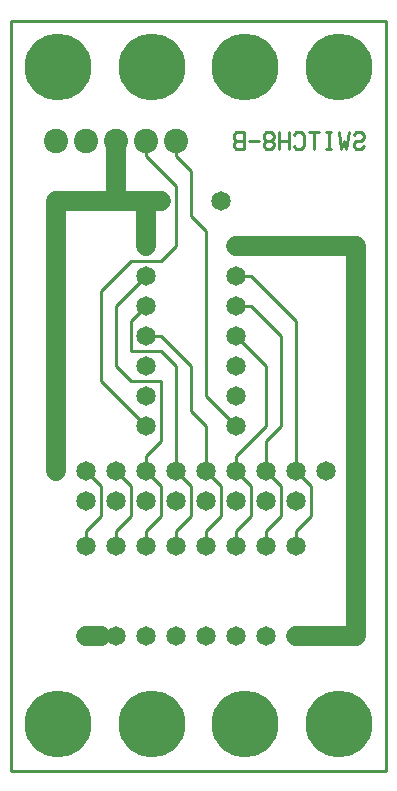
<source format=gbl>
%MOIN*%
%FSLAX25Y25*%
G04 D10 used for Character Trace; *
G04     Circle (OD=.01000) (No hole)*
G04 D11 used for Power Trace; *
G04     Circle (OD=.06700) (No hole)*
G04 D12 used for Signal Trace; *
G04     Circle (OD=.01100) (No hole)*
G04 D13 used for Via; *
G04     Circle (OD=.05800) (Round. Hole ID=.02800)*
G04 D14 used for Component hole; *
G04     Circle (OD=.06500) (Round. Hole ID=.03500)*
G04 D15 used for Component hole; *
G04     Circle (OD=.06700) (Round. Hole ID=.04300)*
G04 D16 used for Component hole; *
G04     Circle (OD=.08100) (Round. Hole ID=.05100)*
G04 D17 used for Component hole; *
G04     Circle (OD=.08900) (Round. Hole ID=.05900)*
G04 D18 used for Component hole; *
G04     Circle (OD=.11300) (Round. Hole ID=.08300)*
G04 D19 used for Component hole; *
G04     Circle (OD=.16000) (Round. Hole ID=.13000)*
G04 D20 used for Component hole; *
G04     Circle (OD=.18300) (Round. Hole ID=.15300)*
G04 D21 used for Component hole; *
G04     Circle (OD=.22291) (Round. Hole ID=.19291)*
%ADD10C,.01000*%
%ADD11C,.06700*%
%ADD12C,.01100*%
%ADD13C,.05800*%
%ADD14C,.06500*%
%ADD15C,.06700*%
%ADD16C,.08100*%
%ADD17C,.08900*%
%ADD18C,.11300*%
%ADD19C,.16000*%
%ADD20C,.18300*%
%ADD21C,.22291*%
%IPPOS*%
%LPD*%
G90*X0Y0D02*D21*X15625Y15625D03*D14*              
X45000Y45000D03*X35000D03*D11*X25000D02*X30000D01*
D14*X25000D03*X55000Y75000D03*D12*Y80000D01*      
X60000Y85000D01*Y95000D01*X55000Y100000D01*D14*   
D03*D12*Y135000D01*X50000Y140000D01*X40000D01*    
Y150000D01*X45000Y155000D01*D14*D03*Y165000D03*   
D12*X35000Y155000D01*Y135000D01*X40000Y130000D01* 
X50000D01*Y110000D01*X45000Y105000D01*Y100000D01* 
D14*D03*D12*X50000Y95000D01*Y85000D01*            
X45000Y80000D01*Y75000D01*D14*D03*D12*X35000D02*  
Y80000D01*D14*Y75000D03*D12*Y80000D02*            
X40000Y85000D01*Y95000D01*X35000Y100000D01*D14*   
D03*D12*X30000Y85000D02*Y95000D01*X25000Y80000D02*
X30000Y85000D01*X25000Y75000D02*Y80000D01*D14*    
Y75000D03*X35000Y90000D03*X25000D03*D12*          
X30000Y95000D02*X25000Y100000D01*D14*D03*         
X15000D03*D11*Y190000D01*X35000D01*X45000D01*     
Y175000D01*D14*D03*D12*X40000Y170000D02*X50000D01*
X30000Y160000D02*X40000Y170000D01*                
X30000Y130000D02*Y160000D01*X45000Y115000D02*     
X30000Y130000D01*D14*X45000Y115000D03*Y125000D03* 
D12*X65000Y115000D02*X60000Y120000D01*            
X65000Y100000D02*Y115000D01*D14*Y100000D03*D12*   
X70000Y95000D01*Y85000D01*X65000Y80000D01*        
Y75000D01*D14*D03*X75000D03*D12*Y80000D01*        
X80000Y85000D01*Y95000D01*X75000Y100000D01*D14*   
D03*D12*Y105000D01*X85000Y115000D01*Y135000D01*   
X75000Y145000D01*D14*D03*D12*X90000D02*           
X80000Y155000D01*X90000Y115000D02*Y145000D01*     
X85000Y110000D02*X90000Y115000D01*                
X85000Y100000D02*Y110000D01*D14*Y100000D03*D12*   
X90000Y95000D01*Y85000D01*X85000Y80000D01*        
Y75000D01*D14*D03*X95000D03*D12*Y80000D01*        
X100000Y85000D01*Y95000D01*X95000Y100000D01*D14*  
D03*D12*Y150000D01*X80000Y165000D01*X75000D01*D14*
D03*Y175000D03*D11*X115000D01*Y45000D01*X95000D01*
D14*D03*X85000D03*X75000D03*D21*X78125Y15625D03*  
D14*X65000Y45000D03*D21*X109375Y15625D03*D14*     
X55000Y45000D03*X95000Y90000D03*X85000D03*        
X75000D03*X65000D03*D12*X0Y0D02*X125000D01*X0D02* 
Y250000D01*X125000D01*Y0D01*D21*X46875Y15625D03*  
D14*X55000Y90000D03*X45000D03*X105000Y100000D03*  
X75000Y115000D03*D12*X65000Y125000D01*Y180000D01* 
X60000Y185000D01*Y200000D01*X55000Y205000D01*     
Y210000D01*D16*D03*X45000D03*D12*Y205000D01*      
X55000Y195000D01*Y175000D01*X50000Y170000D01*D14* 
X70000Y190000D03*X50000D03*D11*X45000D01*         
X35000D02*Y210000D01*D16*D03*X25000D03*X15000D03* 
D21*X46875Y234375D03*X15625D03*D10*               
X114163Y211914D02*X115000Y212871D01*X116674D01*   
X117511Y211914D01*Y210957D01*X116674Y210000D01*   
X115000D01*X114163Y209043D01*Y208086D01*          
X115000Y207129D01*X116674D01*X117511Y208086D01*   
X112511Y212871D02*X111674Y207129D01*              
X110837Y210000D01*X110000Y207129D01*              
X109163Y212871D01*X105837Y207129D02*Y212871D01*   
X106674Y207129D02*X105000D01*X106674Y212871D02*   
X105000D01*X100837Y207129D02*Y212871D01*          
X102511D02*X99163D01*X94163Y208086D02*            
X95000Y207129D01*X96674D01*X97511Y208086D01*      
Y211914D01*X96674Y212871D01*X95000D01*            
X94163Y211914D01*X92511Y207129D02*Y212871D01*     
X89163Y207129D02*Y212871D01*X92511Y210000D02*     
X89163D01*X86674D02*X87511Y210957D01*Y211914D01*  
X86674Y212871D01*X85000D01*X84163Y211914D01*      
Y210957D01*X85000Y210000D01*X86674D01*            
X87511Y209043D01*Y208086D01*X86674Y207129D01*     
X85000D01*X84163Y208086D01*Y209043D01*            
X85000Y210000D01*X82511D02*X79163D01*             
X77511Y207129D02*Y212871D01*X75000D01*            
X74163Y211914D01*Y210957D01*X75000Y210000D01*     
X74163Y209043D01*Y208086D01*X75000Y207129D01*     
X77511D01*Y210000D02*X75000D01*D21*               
X78125Y234375D03*D14*X75000Y155000D03*D12*        
X80000D01*X60000Y120000D02*Y135000D01*D14*        
X75000D03*X45000D03*D12*X60000D02*                
X50000Y145000D01*X45000D01*D14*D03*               
X75000Y125000D03*D21*X109375Y234375D03*M02*       

</source>
